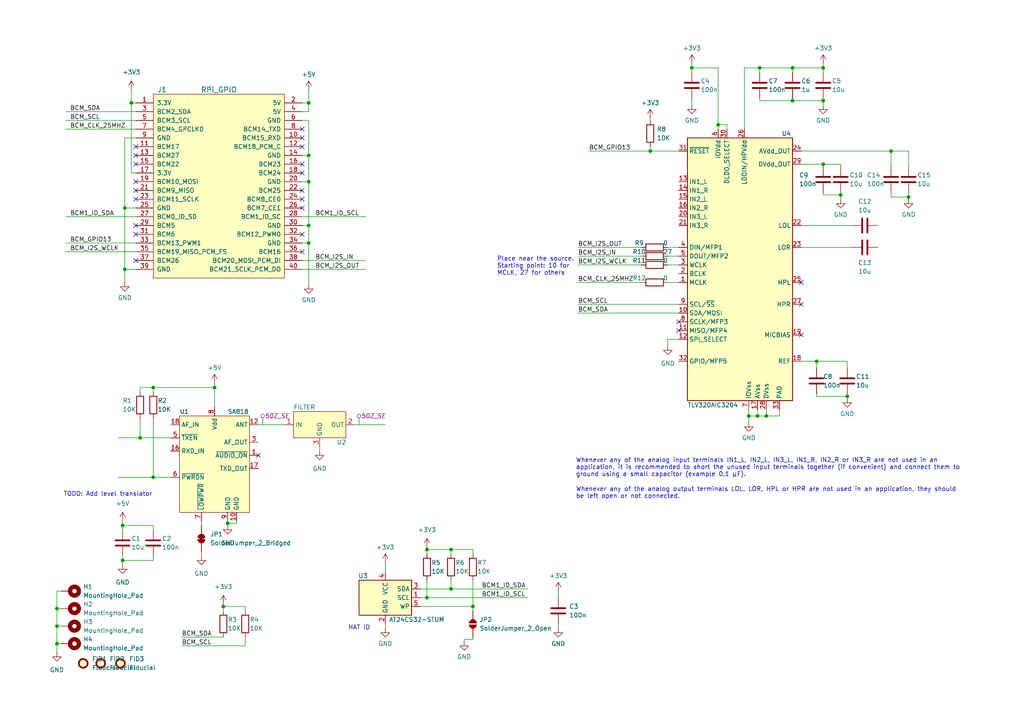
<source format=kicad_sch>
(kicad_sch (version 20231120) (generator "eeschema") (generator_version "8.0")
  (paper "A4")
  (title_block (title "RPi SA818 Hat") (rev "0.1") (company "Murgatroid Heavy Industries, LLC"))
  (lib_symbols
    (symbol "Device:C" (pin_numbers hide) (pin_names (offset 0.254))
      (property "Reference" "C" (at 0.635 2.54 0))
      (property "Value" "C" (at 0.635 -2.54 0))
      (symbol "C_0_1"
        (polyline (pts (xy -2.032 -0.762) (xy 2.032 -0.762)) (stroke (width 0.508)))
        (polyline (pts (xy -2.032 0.762) (xy 2.032 0.762)) (stroke (width 0.508)))
      )
      (symbol "C_1_1"
        (pin passive line (at 0 3.81 270) (length 2.794) (name "~") (number "1"))
        (pin passive line (at 0 -3.81 90) (length 2.794) (name "~") (number "2"))
      )
    )
    (symbol "Device:R" (pin_numbers hide) (pin_names (offset 0))
      (property "Reference" "R" (at 2.032 0 90))
      (property "Value" "R" (at 0 0 90))
      (symbol "R_0_1"
        (rectangle (start -1.016 -2.54) (end 1.016 2.54) (stroke (width 0.254)))
      )
      (symbol "R_1_1"
        (pin passive line (at 0 3.81 270) (length 1.27) (name "~") (number "1"))
        (pin passive line (at 0 -3.81 90) (length 1.27) (name "~") (number "2"))
      )
    )
    (symbol "Jumper:SolderJumper_2_Bridged" (pin_numbers hide) (pin_names (offset 0) hide) (exclude_from_sim yes) (in_bom no)
      (property "Reference" "JP" (at 0 2.032 0))
      (property "Value" "SolderJumper_2_Bridged" (at 0 -2.54 0))
      (symbol "SolderJumper_2_Bridged_0_1"
        (rectangle (start -0.508 0.508) (end 0.508 -0.508) (fill (type outline)))
        (arc (start -0.254 1.016) (mid -1.2656 0) (end -0.254 -1.016))
        (arc (start -0.254 1.016) (mid -1.2656 0) (end -0.254 -1.016) (fill (type outline)))
        (polyline (pts (xy -0.254 1.016) (xy -0.254 -1.016)))
        (polyline (pts (xy 0.254 1.016) (xy 0.254 -1.016)))
        (arc (start 0.254 -1.016) (mid 1.2656 0) (end 0.254 1.016))
        (arc (start 0.254 -1.016) (mid 1.2656 0) (end 0.254 1.016) (fill (type outline)))
      )
      (symbol "SolderJumper_2_Bridged_1_1"
        (pin passive line (at -3.81 0 0) (length 2.54) (name "A") (number "1"))
        (pin passive line (at 3.81 0 180) (length 2.54) (name "B") (number "2"))
      )
    )
    (symbol "Jumper:SolderJumper_2_Open" (pin_numbers hide) (pin_names (offset 0) hide) (exclude_from_sim yes) (in_bom no)
      (property "Reference" "JP" (at 0 2.032 0))
      (property "Value" "SolderJumper_2_Open" (at 0 -2.54 0))
      (symbol "SolderJumper_2_Open_0_1"
        (arc (start -0.254 1.016) (mid -1.2656 0) (end -0.254 -1.016))
        (arc (start -0.254 1.016) (mid -1.2656 0) (end -0.254 -1.016) (fill (type outline)))
        (polyline (pts (xy -0.254 1.016) (xy -0.254 -1.016)))
        (polyline (pts (xy 0.254 1.016) (xy 0.254 -1.016)))
        (arc (start 0.254 -1.016) (mid 1.2656 0) (end 0.254 1.016))
        (arc (start 0.254 -1.016) (mid 1.2656 0) (end 0.254 1.016) (fill (type outline)))
      )
      (symbol "SolderJumper_2_Open_1_1"
        (pin passive line (at -3.81 0 0) (length 2.54) (name "A") (number "1"))
        (pin passive line (at 3.81 0 180) (length 2.54) (name "B") (number "2"))
      )
    )
    (symbol "Mechanical:Fiducial" (exclude_from_sim yes) (in_bom no)
      (property "Reference" "FID" (at 0 5.08 0))
      (property "Value" "Fiducial" (at 0 3.175 0))
      (symbol "Fiducial_0_1"
        (circle (center 0 0) (radius 1.27) (stroke (width 0.508)) (fill (type background)))
      )
    )
    (symbol "Mechanical:MountingHole_Pad" (pin_numbers hide) (pin_names (offset 1.016) hide) (exclude_from_sim yes) (in_bom no)
      (property "Reference" "H" (at 0 6.35 0))
      (property "Value" "MountingHole_Pad" (at 0 4.445 0))
      (symbol "MountingHole_Pad_0_1"
        (circle (center 0 1.27) (radius 1.27) (stroke (width 1.27)))
      )
      (symbol "MountingHole_Pad_1_1"
        (pin input line (at 0 -2.54 90) (length 2.54) (name "1") (number "1"))
      )
    )
    (symbol "Memory_EEPROM:AT24CS32-STUM"
      (property "Reference" "U" (at -7.62 6.35 0))
      (property "Value" "AT24CS32-STUM" (at 2.54 -6.35 0))
      (symbol "AT24CS32-STUM_1_1"
        (rectangle (start -7.62 5.08) (end 7.62 -5.08) (stroke (width 0.254)) (fill (type background)))
        (pin input line (at 10.16 0 180) (length 2.54) (name "SCL") (number "1"))
        (pin power_in line (at 0 -7.62 90) (length 2.54) (name "GND") (number "2"))
        (pin bidirectional line (at 10.16 2.54 180) (length 2.54) (name "SDA") (number "3"))
        (pin power_in line (at 0 7.62 270) (length 2.54) (name "VCC") (number "4"))
        (pin input line (at 10.16 -2.54 180) (length 2.54) (name "WP") (number "5"))
      )
    )
    (symbol "power:+3V3" (power) (pin_numbers hide) (pin_names (offset 0) hide)
      (property "Value" "+3V3" (at 0 3.556 0))
      (symbol "+3V3_0_1"
        (polyline (pts (xy -0.762 1.27) (xy 0 2.54)))
        (polyline (pts (xy 0 0) (xy 0 2.54)))
        (polyline (pts (xy 0 2.54) (xy 0.762 1.27)))
      )
      (symbol "+3V3_1_1"
        (pin power_in line (at 0 0 90) (length 0) (name "~") (number "1"))
      )
    )
    (symbol "power:+5V" (power) (pin_numbers hide) (pin_names (offset 0) hide)
      (property "Value" "+5V" (at 0 3.556 0))
      (symbol "+5V_0_1"
        (polyline (pts (xy -0.762 1.27) (xy 0 2.54)))
        (polyline (pts (xy 0 0) (xy 0 2.54)))
        (polyline (pts (xy 0 2.54) (xy 0.762 1.27)))
      )
      (symbol "+5V_1_1"
        (pin power_in line (at 0 0 90) (length 0) (name "~") (number "1"))
      )
    )
    (symbol "power:GND" (power) (pin_numbers hide) (pin_names (offset 0) hide)
      (property "Value" "GND" (at 0 -3.81 0))
      (symbol "GND_0_1"
        (polyline (pts (xy 0 0) (xy 0 -1.27) (xy 1.27 -1.27) (xy 0 -2.54) (xy -1.27 -1.27) (xy 0 -1.27)))
      )
      (symbol "GND_1_1"
        (pin power_in line (at 0 0 270) (length 0) (name "~") (number "1"))
      )
    )
    (symbol "rpi_sa8x8hat:FILTER-3TERM"
      (property "Reference" "U" (at 3.81 -5.08 0))
      (property "Value" "FILTER" (at 0 2.54 0))
      (symbol "FILTER-3TERM_0_0"
        (pin passive line (at -10.16 0 0) (length 2.54) (name "IN") (number "1"))
        (pin passive line (at 10.16 0 180) (length 2.54) (name "OUT") (number "2"))
        (pin passive line (at 0 -6.35 90) (length 2.54) (name "GND") (number "3"))
      )
      (symbol "FILTER-3TERM_1_1"
        (rectangle (start -7.62 3.81) (end 7.62 -3.81) (fill (type background)))
      )
    )
    (symbol "rpi_sa8x8hat:RPi_GPIO" (pin_names (offset 1.016))
      (property "Reference" "J" (at 0 30.48 0))
      (property "Value" "RPi_GPIO" (at 0 27.94 0))
      (symbol "RPi_GPIO_1_1"
        (rectangle (start -19.05 26.67) (end 19.05 -26.67) (fill (type background)))
        (pin power_in line (at -24.13 24.13 0) (length 5.08) (name "3.3V") (number "1"))
        (pin bidirectional line (at 24.13 13.97 180) (length 5.08) (name "BCM15_RXD") (number "10"))
        (pin bidirectional line (at -24.13 11.43 0) (length 5.08) (name "BCM17") (number "11"))
        (pin bidirectional line (at 24.13 11.43 180) (length 5.08) (name "BCM18_PCM_C") (number "12"))
        (pin bidirectional line (at -24.13 8.89 0) (length 5.08) (name "BCM27") (number "13"))
        (pin power_in line (at 24.13 8.89 180) (length 5.08) (name "GND") (number "14"))
        (pin bidirectional line (at -24.13 6.35 0) (length 5.08) (name "BCM22") (number "15"))
        (pin bidirectional line (at 24.13 6.35 180) (length 5.08) (name "BCM23") (number "16"))
        (pin power_in line (at -24.13 3.81 0) (length 5.08) (name "3.3V") (number "17"))
        (pin bidirectional line (at 24.13 3.81 180) (length 5.08) (name "BCM24") (number "18"))
        (pin bidirectional line (at -24.13 1.27 0) (length 5.08) (name "BCM10_MOSI") (number "19"))
        (pin power_in line (at 24.13 24.13 180) (length 5.08) (name "5V") (number "2"))
        (pin power_in line (at 24.13 1.27 180) (length 5.08) (name "GND") (number "20"))
        (pin bidirectional line (at -24.13 -1.27 0) (length 5.08) (name "BCM9_MISO") (number "21"))
        (pin bidirectional line (at 24.13 -1.27 180) (length 5.08) (name "BCM25") (number "22"))
        (pin bidirectional line (at -24.13 -3.81 0) (length 5.08) (name "BCM11_SCLK") (number "23"))
        (pin bidirectional line (at 24.13 -3.81 180) (length 5.08) (name "BCM8_CE0") (number "24"))
        (pin power_in line (at -24.13 -6.35 0) (length 5.08) (name "GND") (number "25"))
        (pin bidirectional line (at 24.13 -6.35 180) (length 5.08) (name "BCM7_CE1") (number "26"))
        (pin bidirectional line (at -24.13 -8.89 0) (length 5.08) (name "BCM0_ID_SD") (number "27"))
        (pin bidirectional line (at 24.13 -8.89 180) (length 5.08) (name "BCM1_ID_SC") (number "28"))
        (pin bidirectional line (at -24.13 -11.43 0) (length 5.08) (name "BCM5") (number "29"))
        (pin bidirectional line (at -24.13 21.59 0) (length 5.08) (name "BCM2_SDA") (number "3"))
        (pin power_in line (at 24.13 -11.43 180) (length 5.08) (name "GND") (number "30"))
        (pin bidirectional line (at -24.13 -13.97 0) (length 5.08) (name "BCM6") (number "31"))
        (pin bidirectional line (at 24.13 -13.97 180) (length 5.08) (name "BCM12_PWM0") (number "32"))
        (pin bidirectional line (at -24.13 -16.51 0) (length 5.08) (name "BCM13_PWM1") (number "33"))
        (pin power_in line (at 24.13 -16.51 180) (length 5.08) (name "GND") (number "34"))
        (pin bidirectional line (at -24.13 -19.05 0) (length 5.08) (name "BCM19_MISO_PCM_FS") (number "35"))
        (pin bidirectional line (at 24.13 -19.05 180) (length 5.08) (name "BCM16") (number "36"))
        (pin bidirectional line (at -24.13 -21.59 0) (length 5.08) (name "BCM26") (number "37"))
        (pin bidirectional line (at 24.13 -21.59 180) (length 5.08) (name "BCM20_MOSI_PCM_DI") (number "38"))
        (pin power_in line (at -24.13 -24.13 0) (length 5.08) (name "GND") (number "39"))
        (pin power_in line (at 24.13 21.59 180) (length 5.08) (name "5V") (number "4"))
        (pin bidirectional line (at 24.13 -24.13 180) (length 5.08) (name "BCM21_SCLK_PCM_DO") (number "40"))
        (pin bidirectional line (at -24.13 19.05 0) (length 5.08) (name "BCM3_SCL") (number "5"))
        (pin power_in line (at 24.13 19.05 180) (length 5.08) (name "GND") (number "6"))
        (pin bidirectional line (at -24.13 16.51 0) (length 5.08) (name "BCM4_GPCLK0") (number "7"))
        (pin bidirectional line (at 24.13 16.51 180) (length 5.08) (name "BCM14_TXD") (number "8"))
        (pin power_in line (at -24.13 13.97 0) (length 5.08) (name "GND") (number "9"))
      )
    )
    (symbol "rpi_sa8x8hat:SA818"
      (property "Reference" "U" (at -8.89 15.24 0))
      (property "Value" "SA818" (at 6.35 15.24 0))
      (symbol "SA818_0_0"
        (pin output line (at 12.7 2.54 180) (length 2.54) (name "~{AUDIO_ON}") (number "1"))
        (pin power_in line (at 6.35 -16.51 90) (length 2.54) (name "GND") (number "10"))
        (pin passive line (at 12.7 11.43 180) (length 2.54) (name "ANT") (number "12"))
        (pin input line (at -12.7 3.81 0) (length 2.54) (name "RXD_IN") (number "16"))
        (pin output line (at 12.7 -1.27 180) (length 2.54) (name "TXD_OUT") (number "17"))
        (pin input line (at -12.7 11.43 0) (length 2.54) (name "AF_IN") (number "18"))
        (pin output line (at 12.7 6.35 180) (length 2.54) (name "AF_OUT") (number "3"))
        (pin input line (at -12.7 7.62 0) (length 2.54) (name "~{TXEN}") (number "5"))
        (pin input line (at -12.7 -3.81 0) (length 2.54) (name "~{PWRDN}") (number "6"))
        (pin input line (at -3.81 -16.51 90) (length 2.54) (name "~{LOWPWR}") (number "7"))
        (pin power_in line (at 0 16.51 270) (length 2.54) (name "Vdd") (number "8"))
        (pin power_in line (at 3.81 -16.51 90) (length 2.54) (name "GND") (number "9"))
      )
      (symbol "SA818_1_0"
        (pin no_connect line (at 7.62 -7.62 0) (length 2.54) hide (name "NC") (number "11"))
        (pin no_connect line (at 7.62 -8.89 0) (length 2.54) hide (name "NC") (number "13"))
        (pin no_connect line (at 7.62 -10.16 0) (length 2.54) hide (name "NC") (number "14"))
        (pin no_connect line (at 7.62 -11.43 0) (length 2.54) hide (name "NC") (number "15"))
        (pin no_connect line (at 7.62 -5.08 0) (length 2.54) hide (name "NC") (number "2"))
        (pin no_connect line (at 7.62 -6.35 0) (length 2.54) hide (name "NC") (number "4"))
      )
      (symbol "SA818_1_1"
        (rectangle (start -10.16 13.97) (end 10.16 -13.97) (fill (type background)))
      )
    )
    (symbol "rpi_sa8x8hat:TLV320AIC3204"
      (property "Reference" "U" (at -13.97 39.37 0))
      (property "Value" "TLV320AIC3204" (at -7.62 -39.37 0))
      (symbol "TLV320AIC3204_0_1"
        (rectangle (start -15.24 38.1) (end 15.24 -38.1) (stroke (width 0.254)) (fill (type background)))
      )
      (symbol "TLV320AIC3204_1_0"
        (pin output line (at -17.78 -17.78 0) (length 2.54) (name "MISO/MFP4") (number "11"))
        (pin input line (at -17.78 -20.32 0) (length 2.54) (name "SPI_SELECT") (number "12"))
        (pin input line (at -17.78 25.4 0) (length 2.54) (name "IN1_L") (number "13"))
        (pin input line (at -17.78 22.86 0) (length 2.54) (name "IN1_R") (number "14"))
        (pin input line (at -17.78 20.32 0) (length 2.54) (name "IN2_L") (number "15"))
        (pin input line (at -17.78 17.78 0) (length 2.54) (name "IN2_R") (number "16"))
        (pin power_in line (at 5.08 -40.64 90) (length 2.54) (name "AVss") (number "17"))
        (pin output line (at 17.78 -26.67 180) (length 2.54) (name "REF") (number "18"))
        (pin output line (at 17.78 -19.05 180) (length 2.54) (name "MICBIAS") (number "19"))
        (pin input line (at -17.78 15.24 0) (length 2.54) (name "IN3_L") (number "20"))
        (pin input line (at -17.78 12.7 0) (length 2.54) (name "IN3_R") (number "21"))
        (pin output line (at 17.78 12.7 180) (length 2.54) (name "LOL") (number "22"))
        (pin output line (at 17.78 6.35 180) (length 2.54) (name "LOR") (number "23"))
        (pin power_out line (at 17.78 34.29 180) (length 2.54) (name "AVdd_OUT") (number "24"))
        (pin output line (at 17.78 -3.81 180) (length 2.54) (name "HPL") (number "25"))
        (pin power_in line (at 1.27 40.64 270) (length 2.54) (name "LDOIN/HPVdd") (number "26"))
        (pin output line (at 17.78 -10.16 180) (length 2.54) (name "HPR") (number "27"))
        (pin power_in line (at 7.62 -40.64 90) (length 2.54) (name "DVss") (number "28"))
        (pin power_out line (at 17.78 30.48 180) (length 2.54) (name "DVdd_OUT") (number "29"))
        (pin input line (at -3.81 40.64 270) (length 2.54) (name "DLDO_SELECT") (number "30"))
        (pin input line (at -17.78 34.29 0) (length 2.54) (name "~{RESET}") (number "31"))
        (pin input line (at -17.78 -26.67 0) (length 2.54) (name "GPIO/MFP5") (number "32"))
        (pin passive line (at 11.43 -40.64 90) (length 2.54) (name "PAD") (number "33"))
        (pin input line (at -17.78 -15.24 0) (length 2.54) (name "SCLK/MFP3") (number "8"))
      )
      (symbol "TLV320AIC3204_1_1"
        (pin input line (at -17.78 -3.81 0) (length 2.54) (name "MCLK") (number "1"))
        (pin bidirectional line (at -17.78 -12.7 0) (length 2.54) (name "SDA/MOSI") (number "10"))
        (pin bidirectional line (at -17.78 -1.27 0) (length 2.54) (name "BCLK") (number "2"))
        (pin bidirectional line (at -17.78 1.27 0) (length 2.54) (name "WCLK") (number "3"))
        (pin input line (at -17.78 6.35 0) (length 2.54) (name "DIN/MFP1") (number "4"))
        (pin output line (at -17.78 3.81 0) (length 2.54) (name "DOUT/MFP2") (number "5"))
        (pin power_in line (at -6.35 40.64 270) (length 2.54) (name "IOVdd") (number "6"))
        (pin power_in line (at 2.54 -40.64 90) (length 2.54) (name "IOVss") (number "7"))
        (pin input line (at -17.78 -10.16 0) (length 2.54) (name "SCL/~{SS}") (number "9"))
      )
    )
  )
  (junction (at 188.595 43.815))
  (junction (at 208.28 36.195))
  (junction (at 36.195 60.325))
  (junction (at 238.76 19.685))
  (junction (at 89.535 52.705))
  (junction (at 222.25 120.65))
  (junction (at 36.195 78.105))
  (junction (at 62.23 112.395))
  (junction (at 44.45 112.395))
  (junction (at 238.76 29.21))
  (junction (at 220.345 19.685))
  (junction (at 35.56 152.4))
  (junction (at 137.16 175.895))
  (junction (at 245.745 114.935))
  (junction (at 38.1 29.845))
  (junction (at 123.825 159.385))
  (junction (at 89.535 70.485))
  (junction (at 243.84 56.515))
  (junction (at 200.66 19.685))
  (junction (at 236.855 104.775))
  (junction (at 238.76 47.625))
  (junction (at 44.45 138.43))
  (junction (at 40.64 127))
  (junction (at 229.87 19.685))
  (junction (at 64.77 175.895))
  (junction (at 16.51 176.53))
  (junction (at 66.04 151.765))
  (junction (at 258.445 43.815))
  (junction (at 217.17 120.65))
  (junction (at 130.81 170.815))
  (junction (at 130.81 159.385))
  (junction (at 219.71 120.65))
  (junction (at 123.825 173.355))
  (junction (at 35.56 162.56))
  (junction (at 16.51 186.69))
  (junction (at 89.535 45.085))
  (junction (at 263.525 57.15))
  (junction (at 89.535 65.405))
  (junction (at 229.87 29.21))
  (junction (at 89.535 29.845))
  (junction (at 16.51 181.61))
  (no_connect (at 87.63 60.325))
  (no_connect (at 39.37 75.565))
  (no_connect (at 87.63 55.245))
  (no_connect (at 87.63 67.945))
  (no_connect (at 196.85 93.345))
  (no_connect (at 74.93 132.08))
  (no_connect (at 39.37 47.625))
  (no_connect (at 232.41 88.265))
  (no_connect (at 39.37 42.545))
  (no_connect (at 232.41 81.915))
  (no_connect (at 196.85 95.885))
  (no_connect (at 39.37 57.785))
  (no_connect (at 87.63 50.165))
  (no_connect (at 39.37 52.705))
  (no_connect (at 87.63 42.545))
  (no_connect (at 39.37 55.245))
  (no_connect (at 232.41 97.155))
  (no_connect (at 87.63 40.005))
  (no_connect (at 87.63 37.465))
  (no_connect (at 87.63 47.625))
  (no_connect (at 39.37 67.945))
  (no_connect (at 39.37 45.085))
  (no_connect (at 87.63 57.785))
  (no_connect (at 87.63 73.025))
  (no_connect (at 39.37 65.405))
  (wire (pts (xy 137.16 160.655) (xy 137.16 159.385)))
  (wire (pts (xy 38.1 50.165) (xy 38.1 29.845)))
  (wire (pts (xy 215.9 19.685) (xy 220.345 19.685)))
  (wire (pts (xy 226.06 120.65) (xy 222.25 120.65)))
  (wire (pts (xy 16.51 171.45) (xy 16.51 176.53)))
  (wire (pts (xy 137.16 184.785) (xy 137.16 185.42)))
  (wire (pts (xy 229.87 20.955) (xy 229.87 19.685)))
  (wire (pts (xy 36.195 60.325) (xy 39.37 60.325)))
  (wire (pts (xy 238.76 47.625) (xy 238.76 48.26)))
  (wire (pts (xy 161.925 180.975) (xy 161.925 182.245)))
  (wire (pts (xy 89.535 52.705) (xy 89.535 65.405)))
  (wire (pts (xy 62.23 111.125) (xy 62.23 112.395)))
  (wire (pts (xy 232.41 104.775) (xy 236.855 104.775)))
  (wire (pts (xy 188.595 42.545) (xy 188.595 43.815)))
  (wire (pts (xy 137.16 185.42) (xy 134.62 185.42)))
  (wire (pts (xy 210.82 37.465) (xy 210.82 36.195)))
  (wire (pts (xy 188.595 43.815) (xy 196.85 43.815)))
  (wire (pts (xy 243.84 47.625) (xy 243.84 48.26)))
  (wire (pts (xy 229.87 28.575) (xy 229.87 29.21)))
  (wire (pts (xy 236.855 104.775) (xy 245.745 104.775)))
  (wire (pts (xy 111.76 163.195) (xy 111.76 165.735)))
  (wire (pts (xy 170.815 43.815) (xy 188.595 43.815)))
  (wire (pts (xy 263.525 55.88) (xy 263.525 57.15)))
  (wire (pts (xy 66.04 151.13) (xy 66.04 151.765)))
  (wire (pts (xy 236.855 114.935) (xy 245.745 114.935)))
  (wire (pts (xy 161.925 171.45) (xy 161.925 173.355)))
  (wire (pts (xy 167.64 90.805) (xy 196.85 90.805)))
  (wire (pts (xy 102.87 123.19) (xy 111.76 123.19)))
  (wire (pts (xy 66.04 151.765) (xy 66.04 152.4)))
  (wire (pts (xy 39.37 40.005) (xy 36.195 40.005)))
  (wire (pts (xy 89.535 45.085) (xy 89.535 52.705)))
  (wire (pts (xy 44.45 152.4) (xy 35.56 152.4)))
  (wire (pts (xy 34.29 138.43) (xy 44.45 138.43)))
  (wire (pts (xy 49.53 127) (xy 40.64 127)))
  (wire (pts (xy 19.05 73.025) (xy 39.37 73.025)))
  (wire (pts (xy 19.05 34.925) (xy 39.37 34.925)))
  (wire (pts (xy 64.77 175.26) (xy 64.77 175.895)))
  (wire (pts (xy 19.05 32.385) (xy 39.37 32.385)))
  (wire (pts (xy 137.16 159.385) (xy 130.81 159.385)))
  (wire (pts (xy 245.745 114.935) (xy 245.745 115.57)))
  (wire (pts (xy 87.63 62.865) (xy 106.045 62.865)))
  (wire (pts (xy 16.51 176.53) (xy 16.51 181.61)))
  (wire (pts (xy 232.41 43.815) (xy 258.445 43.815)))
  (wire (pts (xy 263.525 57.15) (xy 263.525 57.785)))
  (wire (pts (xy 16.51 176.53) (xy 17.78 176.53)))
  (wire (pts (xy 258.445 43.815) (xy 263.525 43.815)))
  (wire (pts (xy 232.41 71.755) (xy 247.015 71.755)))
  (wire (pts (xy 44.45 153.67) (xy 44.45 152.4)))
  (wire (pts (xy 89.535 26.035) (xy 89.535 29.845)))
  (wire (pts (xy 193.675 74.295) (xy 196.85 74.295)))
  (wire (pts (xy 16.51 186.69) (xy 17.78 186.69)))
  (wire (pts (xy 19.05 70.485) (xy 39.37 70.485)))
  (wire (pts (xy 200.66 18.415) (xy 200.66 19.685)))
  (wire (pts (xy 167.64 71.755) (xy 186.055 71.755)))
  (wire (pts (xy 71.12 184.785) (xy 71.12 187.325)))
  (wire (pts (xy 58.42 160.02) (xy 58.42 161.29)))
  (wire (pts (xy 220.345 19.685) (xy 229.87 19.685)))
  (wire (pts (xy 167.64 81.915) (xy 186.055 81.915)))
  (wire (pts (xy 245.745 106.68) (xy 245.745 104.775)))
  (wire (pts (xy 222.25 118.745) (xy 222.25 120.65)))
  (wire (pts (xy 16.51 189.23) (xy 16.51 186.69)))
  (wire (pts (xy 19.05 62.865) (xy 39.37 62.865)))
  (wire (pts (xy 19.05 37.465) (xy 39.37 37.465)))
  (wire (pts (xy 35.56 152.4) (xy 35.56 153.67)))
  (wire (pts (xy 167.64 76.835) (xy 186.055 76.835)))
  (wire (pts (xy 243.84 57.785) (xy 243.84 56.515)))
  (wire (pts (xy 17.78 171.45) (xy 16.51 171.45)))
  (wire (pts (xy 188.595 34.29) (xy 188.595 34.925)))
  (wire (pts (xy 44.45 138.43) (xy 49.53 138.43)))
  (wire (pts (xy 229.87 19.685) (xy 238.76 19.685)))
  (wire (pts (xy 89.535 65.405) (xy 89.535 70.485)))
  (wire (pts (xy 44.45 162.56) (xy 35.56 162.56)))
  (wire (pts (xy 123.825 159.385) (xy 130.81 159.385)))
  (wire (pts (xy 87.63 45.085) (xy 89.535 45.085)))
  (wire (pts (xy 238.76 47.625) (xy 243.84 47.625)))
  (wire (pts (xy 38.1 29.845) (xy 39.37 29.845)))
  (wire (pts (xy 87.63 70.485) (xy 89.535 70.485)))
  (wire (pts (xy 58.42 151.13) (xy 58.42 152.4)))
  (wire (pts (xy 87.63 34.925) (xy 89.535 34.925)))
  (wire (pts (xy 217.17 120.65) (xy 219.71 120.65)))
  (wire (pts (xy 217.17 118.745) (xy 217.17 120.65)))
  (wire (pts (xy 238.76 56.515) (xy 243.84 56.515)))
  (wire (pts (xy 130.81 170.815) (xy 130.81 168.275)))
  (wire (pts (xy 89.535 32.385) (xy 89.535 29.845)))
  (wire (pts (xy 121.92 175.895) (xy 137.16 175.895)))
  (wire (pts (xy 71.12 177.165) (xy 71.12 175.895)))
  (wire (pts (xy 64.77 175.895) (xy 64.77 177.165)))
  (wire (pts (xy 238.76 20.955) (xy 238.76 19.685)))
  (wire (pts (xy 44.45 161.29) (xy 44.45 162.56)))
  (wire (pts (xy 44.45 112.395) (xy 62.23 112.395)))
  (wire (pts (xy 87.63 32.385) (xy 89.535 32.385)))
  (wire (pts (xy 89.535 70.485) (xy 89.535 82.55)))
  (wire (pts (xy 62.23 112.395) (xy 62.23 118.11)))
  (wire (pts (xy 200.66 28.575) (xy 200.66 30.48)))
  (wire (pts (xy 219.71 118.745) (xy 219.71 120.65)))
  (wire (pts (xy 130.81 160.655) (xy 130.81 159.385)))
  (wire (pts (xy 134.62 185.42) (xy 134.62 186.055)))
  (wire (pts (xy 35.56 151.13) (xy 35.56 152.4)))
  (wire (pts (xy 92.71 129.54) (xy 92.71 130.81)))
  (wire (pts (xy 40.64 127) (xy 40.64 121.285)))
  (wire (pts (xy 44.45 121.285) (xy 44.45 138.43)))
  (wire (pts (xy 52.705 184.785) (xy 64.77 184.785)))
  (wire (pts (xy 137.16 175.895) (xy 137.16 177.165)))
  (wire (pts (xy 40.64 113.665) (xy 40.64 112.395)))
  (wire (pts (xy 219.71 120.65) (xy 222.25 120.65)))
  (wire (pts (xy 17.78 181.61) (xy 16.51 181.61)))
  (wire (pts (xy 87.63 52.705) (xy 89.535 52.705)))
  (wire (pts (xy 68.58 151.765) (xy 66.04 151.765)))
  (wire (pts (xy 258.445 55.88) (xy 258.445 57.15)))
  (wire (pts (xy 87.63 78.105) (xy 106.045 78.105)))
  (wire (pts (xy 196.85 98.425) (xy 193.675 98.425)))
  (wire (pts (xy 193.675 81.915) (xy 196.85 81.915)))
  (wire (pts (xy 258.445 57.15) (xy 263.525 57.15)))
  (wire (pts (xy 39.37 50.165) (xy 38.1 50.165)))
  (wire (pts (xy 44.45 113.665) (xy 44.45 112.395)))
  (wire (pts (xy 200.66 19.685) (xy 208.28 19.685)))
  (wire (pts (xy 236.855 104.775) (xy 236.855 106.68)))
  (wire (pts (xy 217.17 120.65) (xy 217.17 122.555)))
  (wire (pts (xy 34.29 127) (xy 40.64 127)))
  (wire (pts (xy 121.92 173.355) (xy 123.825 173.355)))
  (wire (pts (xy 89.535 34.925) (xy 89.535 45.085)))
  (wire (pts (xy 123.825 168.275) (xy 123.825 173.355)))
  (wire (pts (xy 40.64 112.395) (xy 44.45 112.395)))
  (wire (pts (xy 215.9 37.465) (xy 215.9 19.685)))
  (wire (pts (xy 36.195 78.105) (xy 36.195 81.915)))
  (wire (pts (xy 35.56 161.29) (xy 35.56 162.56)))
  (wire (pts (xy 208.28 36.195) (xy 208.28 19.685)))
  (wire (pts (xy 123.825 173.355) (xy 153.035 173.355)))
  (wire (pts (xy 71.12 175.895) (xy 64.77 175.895)))
  (wire (pts (xy 243.84 55.88) (xy 243.84 56.515)))
  (wire (pts (xy 36.195 40.005) (xy 36.195 60.325)))
  (wire (pts (xy 87.63 75.565) (xy 106.045 75.565)))
  (wire (pts (xy 111.76 180.975) (xy 111.76 182.245)))
  (wire (pts (xy 36.195 60.325) (xy 36.195 78.105)))
  (wire (pts (xy 232.41 47.625) (xy 238.76 47.625)))
  (wire (pts (xy 130.81 170.815) (xy 153.035 170.815)))
  (wire (pts (xy 89.535 29.845) (xy 87.63 29.845)))
  (wire (pts (xy 208.28 36.195) (xy 208.28 37.465)))
  (wire (pts (xy 123.825 159.385) (xy 123.825 160.655)))
  (wire (pts (xy 245.745 114.3) (xy 245.745 114.935)))
  (wire (pts (xy 74.93 123.19) (xy 82.55 123.19)))
  (wire (pts (xy 167.64 74.295) (xy 186.055 74.295)))
  (wire (pts (xy 167.64 88.265) (xy 196.85 88.265)))
  (wire (pts (xy 193.675 71.755) (xy 196.85 71.755)))
  (wire (pts (xy 35.56 162.56) (xy 35.56 163.83)))
  (wire (pts (xy 52.705 187.325) (xy 71.12 187.325)))
  (wire (pts (xy 232.41 65.405) (xy 247.015 65.405)))
  (wire (pts (xy 137.16 175.895) (xy 137.16 168.275)))
  (wire (pts (xy 229.87 29.21) (xy 238.76 29.21)))
  (wire (pts (xy 238.76 18.415) (xy 238.76 19.685)))
  (wire (pts (xy 220.345 28.575) (xy 220.345 29.21)))
  (wire (pts (xy 226.06 118.745) (xy 226.06 120.65)))
  (wire (pts (xy 263.525 43.815) (xy 263.525 48.26)))
  (wire (pts (xy 68.58 151.13) (xy 68.58 151.765)))
  (wire (pts (xy 238.76 30.48) (xy 238.76 29.21)))
  (wire (pts (xy 193.675 76.835) (xy 196.85 76.835)))
  (wire (pts (xy 220.345 19.685) (xy 220.345 20.955)))
  (wire (pts (xy 258.445 43.815) (xy 258.445 48.26)))
  (wire (pts (xy 193.675 98.425) (xy 193.675 100.33)))
  (wire (pts (xy 236.855 114.3) (xy 236.855 114.935)))
  (wire (pts (xy 200.66 19.685) (xy 200.66 20.955)))
  (wire (pts (xy 87.63 65.405) (xy 89.535 65.405)))
  (wire (pts (xy 36.195 78.105) (xy 39.37 78.105)))
  (wire (pts (xy 121.92 170.815) (xy 130.81 170.815)))
  (wire (pts (xy 220.345 29.21) (xy 229.87 29.21)))
  (wire (pts (xy 38.1 26.035) (xy 38.1 29.845)))
  (wire (pts (xy 123.825 158.75) (xy 123.825 159.385)))
  (wire (pts (xy 210.82 36.195) (xy 208.28 36.195)))
  (wire (pts (xy 16.51 181.61) (xy 16.51 186.69)))
  (wire (pts (xy 238.76 28.575) (xy 238.76 29.21)))
  (wire (pts (xy 238.76 55.88) (xy 238.76 56.515)))
  (text "TODO: Add level translator" (at 18.415 144.145 0) (effects (font (size 1.27 1.27)) (justify left bottom)))
  (text "HAT ID" (at 100.965 182.88 0) (effects (font (size 1.27 1.27)) (justify left bottom)))
  (text "Place near the source.\nStarting point: 10 for\nMCLK, 27 for others" (at 144.145 80.01 0) (effects (font (size 1.27 1.27)) (justify left bottom)))
  (text "Whenever any of the analog input terminals IN1_L, IN2_L, IN3_L, IN1_R, IN2_R or IN3_R are not used in an\napplication, it is recommended to short the unused input terminals together (if convenient) and connect them to\nground using a small capacitor (example 0.1 µF)." (at 167.005 138.43 0) (effects (font (size 1.27 1.27)) (justify left bottom)))
  (text "Whenever any of the analog output terminals LOL, LOR, HPL or HPR are not used in an application, they should\nbe left open or not connected." (at 167.005 144.78 0) (effects (font (size 1.27 1.27)) (justify left bottom)))
  (label "BCM_GPIO13" (at 170.815 43.815 0))
  (label "BCM_CLK_25MHZ" (at 20.32 37.465 0))
  (label "BCM_SDA" (at 167.64 90.805 0))
  (label "BCM_SCL" (at 52.705 187.325 0))
  (label "BCM1_ID_SDA" (at 20.32 62.865 0))
  (label "BCM_SCL" (at 20.32 34.925 0))
  (label "BCM_SDA" (at 52.705 184.785 0))
  (label "BCM_I2S_IN" (at 167.64 74.295 0))
  (label "BCM_I2S_WCLK" (at 167.64 76.835 0))
  (label "BCM1_ID_SCL" (at 139.7 173.355 0))
  (label "BCM_SDA" (at 20.32 32.385 0))
  (label "BCM_GPIO13" (at 20.32 70.485 0))
  (label "BCM_I2S_OUT" (at 91.44 78.105 0))
  (label "BCM_I2S_IN" (at 91.44 75.565 0))
  (label "BCM_CLK_25MHZ" (at 167.64 81.915 0))
  (label "BCM1_ID_SDA" (at 139.7 170.815 0))
  (label "BCM1_ID_SCL" (at 91.44 62.865 0))
  (label "BCM_SCL" (at 167.64 88.265 0))
  (label "BCM_I2S_OUT" (at 167.64 71.755 0))
  (label "BCM_I2S_WCLK" (at 20.32 73.025 0))
  (netclass_flag "" (length 2.54) (shape round) (at 76.2 123.19 0) (property "Netclass" "50Z_SE" (at 76.8096 120.65 0) (effects (font (italic yes)) (justify left))))
  (netclass_flag "" (length 2.54) (shape round) (at 104.14 123.19 0) (property "Netclass" "50Z_SE" (at 104.7496 120.65 0) (effects (font (italic yes)) (justify left))))
  (symbol (lib_id "Device:C") (at 35.56 157.48 0) (unit 1)
    (property "Reference" "C1" (at 38.1 156.21 0) (effects (justify left)))
    (property "Value" "10u" (at 38.1 158.75 0) (effects (justify left)))
    (property "Description" "Unpolarized capacitor" (effects (hide yes)))
  )
  (symbol (lib_id "power:+3V3") (at 123.825 158.75 0) (unit 1)
    (property "Reference" "#PWR015" (effects (hide yes)))
    (property "Value" "+3V3" (at 123.825 153.67 0))
    (property "Description" "Power symbol creates a global label with name \"+3V3\"" (effects (hide yes)))
  )
  (symbol (lib_id "power:GND") (at 200.66 30.48 0) (unit 1)
    (property "Reference" "#PWR020" (effects (hide yes)))
    (property "Value" "GND" (at 200.66 34.925 0))
    (property "Description" "Power symbol creates a global label with name \"GND\" , ground" (effects (hide yes)))
  )
  (symbol (lib_id "power:+3V3") (at 200.66 18.415 0) (unit 1)
    (property "Reference" "#PWR019" (effects (hide yes)))
    (property "Value" "+3V3" (at 200.66 13.97 0))
    (property "Description" "Power symbol creates a global label with name \"+3V3\"" (effects (hide yes)))
  )
  (symbol (lib_id "Device:R") (at 40.64 117.475 0) (unit 1)
    (property "Reference" "R1" (at 35.56 116.205 0) (effects (justify left)))
    (property "Value" "10K" (at 35.56 118.745 0) (effects (justify left)))
    (property "Description" "Resistor" (effects (hide yes)))
  )
  (symbol (lib_id "Device:C") (at 243.84 52.07 0) (unit 1)
    (property "Reference" "C10" (at 246.38 50.8 0) (effects (justify left)))
    (property "Value" "10u" (at 246.38 53.34 0) (effects (justify left)))
    (property "Description" "Unpolarized capacitor" (effects (hide yes)))
  )
  (symbol (lib_id "Mechanical:MountingHole_Pad") (at 20.32 181.61 270) (unit 1)
    (property "Reference" "H3" (at 24.13 180.34 90) (effects (justify left)))
    (property "Value" "MountingHole_Pad" (at 24.13 182.88 90) (effects (justify left)))
    (property "Footprint" "rpi_sa8x8hat:RPi_Hat_Mounting_Hole" (effects (hide yes)))
    (property "Description" "Mounting Hole with connection" (effects (hide yes)))
  )
  (symbol (lib_id "power:GND") (at 263.525 57.785 0) (unit 1)
    (property "Reference" "#PWR028" (effects (hide yes)))
    (property "Value" "GND" (at 263.525 62.23 0))
    (property "Description" "Power symbol creates a global label with name \"GND\" , ground" (effects (hide yes)))
  )
  (symbol (lib_id "power:GND") (at 36.195 81.915 0) (unit 1)
    (property "Reference" "#PWR04" (effects (hide yes)))
    (property "Value" "GND" (at 36.195 86.36 0))
    (property "Description" "Power symbol creates a global label with name \"GND\" , ground" (effects (hide yes)))
  )
  (symbol (lib_id "power:GND") (at 245.745 115.57 0) (unit 1)
    (property "Reference" "#PWR027" (effects (hide yes)))
    (property "Value" "GND" (at 245.745 120.015 0))
    (property "Description" "Power symbol creates a global label with name \"GND\" , ground" (effects (hide yes)))
  )
  (symbol (lib_id "power:GND") (at 193.675 100.33 0) (unit 1)
    (property "Reference" "#PWR022" (effects (hide yes)))
    (property "Value" "GND" (at 193.675 105.41 0))
    (property "Description" "Power symbol creates a global label with name \"GND\" , ground" (effects (hide yes)))
  )
  (symbol (lib_id "rpi_sa8x8hat:FILTER-3TERM") (at 92.71 123.19 0) (unit 1)
    (property "Reference" "U2" (at 99.06 128.27 0))
    (property "Value" "FILTER" (at 88.265 118.11 0))
  )
  (symbol (lib_id "rpi_sa8x8hat:RPi_GPIO") (at 63.5 53.975 0) (unit 1)
    (property "Reference" "J1" (at 46.99 26.035 0) (effects (font (size 1.524 1.524))))
    (property "Value" "RPi_GPIO" (at 63.5 26.035 0) (effects (font (size 1.524 1.524))))
    (property "Footprint" "rpi_sa8x8hat:Samtec_HLE-120-02-XXX-DV-BE-XX-XX" (effects (hide yes)))
  )
  (symbol (lib_id "Mechanical:MountingHole_Pad") (at 20.32 171.45 270) (unit 1)
    (property "Reference" "H1" (at 24.13 170.18 90) (effects (justify left)))
    (property "Value" "MountingHole_Pad" (at 24.13 172.72 90) (effects (justify left)))
    (property "Footprint" "rpi_sa8x8hat:RPi_Hat_Mounting_Hole" (effects (hide yes)))
    (property "Description" "Mounting Hole with connection" (effects (hide yes)))
  )
  (symbol (lib_id "Device:C") (at 161.925 177.165 0) (unit 1)
    (property "Reference" "C3" (at 165.1 175.895 0) (effects (justify left)))
    (property "Value" "100n" (at 165.1 178.435 0) (effects (justify left)))
    (property "Description" "Unpolarized capacitor" (effects (hide yes)))
  )
  (symbol (lib_id "Device:R") (at 44.45 117.475 0) (unit 1)
    (property "Reference" "R2" (at 45.72 116.205 0) (effects (justify left)))
    (property "Value" "10K" (at 45.72 118.745 0) (effects (justify left)))
    (property "Description" "Resistor" (effects (hide yes)))
  )
  (symbol (lib_id "Device:C") (at 250.825 65.405 90) (unit 1)
    (property "Reference" "C12" (at 250.825 58.42 90))
    (property "Value" "10u" (at 250.825 60.96 90))
    (property "Description" "Unpolarized capacitor" (effects (hide yes)))
  )
  (symbol (lib_id "Device:C") (at 250.825 71.755 90) (unit 1)
    (property "Reference" "C13" (at 250.825 76.2 90))
    (property "Value" "10u" (at 250.825 78.74 90))
    (property "Description" "Unpolarized capacitor" (effects (hide yes)))
  )
  (symbol (lib_id "power:GND") (at 58.42 161.29 0) (unit 1)
    (property "Reference" "#PWR06" (effects (hide yes)))
    (property "Value" "GND" (at 58.42 166.37 0))
    (property "Description" "Power symbol creates a global label with name \"GND\" , ground" (effects (hide yes)))
  )
  (symbol (lib_id "power:+3V3") (at 238.76 18.415 0) (unit 1)
    (property "Reference" "#PWR023" (effects (hide yes)))
    (property "Value" "+3V3" (at 238.76 13.97 0))
    (property "Description" "Power symbol creates a global label with name \"+3V3\"" (effects (hide yes)))
  )
  (symbol (lib_id "power:+5V") (at 35.56 151.13 0) (unit 1)
    (property "Reference" "#PWR02" (effects (hide yes)))
    (property "Value" "+5V" (at 35.56 146.05 0))
    (property "Description" "Power symbol creates a global label with name \"+5V\"" (effects (hide yes)))
  )
  (symbol (lib_id "power:GND") (at 89.535 82.55 0) (unit 1)
    (property "Reference" "#PWR012" (effects (hide yes)))
    (property "Value" "GND" (at 89.535 86.995 0))
    (property "Description" "Power symbol creates a global label with name \"GND\" , ground" (effects (hide yes)))
  )
  (symbol (lib_id "Device:C") (at 44.45 157.48 0) (unit 1)
    (property "Reference" "C2" (at 46.99 156.21 0) (effects (justify left)))
    (property "Value" "100n" (at 46.99 158.75 0) (effects (justify left)))
    (property "Description" "Unpolarized capacitor" (effects (hide yes)))
  )
  (symbol (lib_id "power:+5V") (at 62.23 111.125 0) (unit 1)
    (property "Reference" "#PWR07" (effects (hide yes)))
    (property "Value" "+5V" (at 62.23 106.68 0))
    (property "Description" "Power symbol creates a global label with name \"+5V\"" (effects (hide yes)))
  )
  (symbol (lib_id "Mechanical:Fiducial") (at 34.925 192.405 0) (unit 1)
    (property "Reference" "FID3" (at 37.465 191.135 0) (effects (justify left)))
    (property "Value" "Fiducial" (at 37.465 193.675 0) (effects (justify left)))
    (property "Footprint" "Fiducial:Fiducial_0.5mm_Mask1.5mm" (effects (hide yes)))
    (property "Description" "Fiducial Marker" (effects (hide yes)))
  )
  (symbol (lib_id "power:GND") (at 92.71 130.81 0) (unit 1)
    (property "Reference" "#PWR010" (effects (hide yes)))
    (property "Value" "GND" (at 92.71 135.89 0))
    (property "Description" "Power symbol creates a global label with name \"GND\" , ground" (effects (hide yes)))
  )
  (symbol (lib_id "Device:C") (at 238.76 24.765 0) (unit 1)
    (property "Reference" "C5" (at 241.3 23.495 0) (effects (justify left)))
    (property "Value" "10u" (at 241.3 26.035 0) (effects (justify left)))
    (property "Description" "Unpolarized capacitor" (effects (hide yes)))
  )
  (symbol (lib_id "power:+3V3") (at 161.925 171.45 0) (unit 1)
    (property "Reference" "#PWR017" (effects (hide yes)))
    (property "Value" "+3V3" (at 161.925 167.005 0))
    (property "Description" "Power symbol creates a global label with name \"+3V3\"" (effects (hide yes)))
  )
  (symbol (lib_id "power:GND") (at 238.76 30.48 0) (unit 1)
    (property "Reference" "#PWR024" (effects (hide yes)))
    (property "Value" "GND" (at 238.76 34.925 0))
    (property "Description" "Power symbol creates a global label with name \"GND\" , ground" (effects (hide yes)))
  )
  (symbol (lib_id "power:GND") (at 16.51 189.23 0) (unit 1)
    (property "Reference" "#PWR01" (effects (hide yes)))
    (property "Value" "GND" (at 16.51 194.31 0))
    (property "Description" "Power symbol creates a global label with name \"GND\" , ground" (effects (hide yes)))
  )
  (symbol (lib_id "Device:R") (at 189.865 81.915 90) (unit 1)
    (property "Reference" "R12" (at 185.42 80.645 90))
    (property "Value" "0" (at 193.04 80.645 90))
    (property "Description" "Resistor" (effects (hide yes)))
  )
  (symbol (lib_id "power:GND") (at 243.84 57.785 0) (unit 1)
    (property "Reference" "#PWR026" (effects (hide yes)))
    (property "Value" "GND" (at 243.84 62.23 0))
    (property "Description" "Power symbol creates a global label with name \"GND\" , ground" (effects (hide yes)))
  )
  (symbol (lib_id "power:+3V3") (at 64.77 175.26 0) (unit 1)
    (property "Reference" "#PWR08" (effects (hide yes)))
    (property "Value" "+3V3" (at 64.77 170.18 0))
    (property "Description" "Power symbol creates a global label with name \"+3V3\"" (effects (hide yes)))
  )
  (symbol (lib_id "rpi_sa8x8hat:TLV320AIC3204") (at 214.63 78.105 0) (unit 1)
    (property "Reference" "U4" (at 226.695 38.735 0) (effects (justify left)))
    (property "Value" "TLV320AIC3204" (at 199.39 117.475 0) (effects (justify left)))
    (property "Footprint" "Package_DFN_QFN:QFN-32-1EP_5x5mm_P0.5mm_EP3.7x3.7mm" (effects (hide yes)))
    (property "Datasheet" "https://www.ti.com/lit/ds/symlink/tlv320aic3204.pdf" (effects (hide yes)))
    (property "Description" "Low-Power Stereo Audio Codec" (effects (hide yes)))
  )
  (symbol (lib_id "power:+3V3") (at 188.595 34.29 0) (unit 1)
    (property "Reference" "#PWR021" (effects (hide yes)))
    (property "Value" "+3V3" (at 188.595 29.845 0))
    (property "Description" "Power symbol creates a global label with name \"+3V3\"" (effects (hide yes)))
  )
  (symbol (lib_id "Device:C") (at 236.855 110.49 0) (unit 1)
    (property "Reference" "C8" (at 238.76 109.22 0) (effects (justify left)))
    (property "Value" "100n" (at 238.76 111.76 0) (effects (justify left)))
    (property "Description" "Unpolarized capacitor" (effects (hide yes)))
  )
  (symbol (lib_id "Jumper:SolderJumper_2_Open") (at 137.16 180.975 90) (unit 1)
    (property "Reference" "JP2" (at 139.065 179.705 90) (effects (justify right)))
    (property "Value" "SolderJumper_2_Open" (at 139.065 182.245 90) (effects (justify right)))
    (property "Footprint" "Jumper:SolderJumper-2_P1.3mm_Open_TrianglePad1.0x1.5mm" (effects (hide yes)))
    (property "Description" "Solder Jumper, 2-pole, open" (effects (hide yes)))
  )
  (symbol (lib_id "Mechanical:MountingHole_Pad") (at 20.32 186.69 270) (unit 1)
    (property "Reference" "H4" (at 24.13 185.42 90) (effects (justify left)))
    (property "Value" "MountingHole_Pad" (at 24.13 187.96 90) (effects (justify left)))
    (property "Footprint" "rpi_sa8x8hat:RPi_Hat_Mounting_Hole" (effects (hide yes)))
    (property "Description" "Mounting Hole with connection" (effects (hide yes)))
  )
  (symbol (lib_id "Device:C") (at 238.76 52.07 0) (unit 1)
    (property "Reference" "C9" (at 231.775 50.8 0) (effects (justify left)))
    (property "Value" "100n" (at 231.775 53.34 0) (effects (justify left)))
    (property "Description" "Unpolarized capacitor" (effects (hide yes)))
  )
  (symbol (lib_id "Device:R") (at 130.81 164.465 0) (unit 1)
    (property "Reference" "R6" (at 132.08 163.195 0) (effects (justify left)))
    (property "Value" "10K" (at 132.08 165.735 0) (effects (justify left)))
    (property "Description" "Resistor" (effects (hide yes)))
  )
  (symbol (lib_id "Device:C") (at 245.745 110.49 0) (unit 1)
    (property "Reference" "C11" (at 248.285 109.22 0) (effects (justify left)))
    (property "Value" "10u" (at 248.285 111.76 0) (effects (justify left)))
    (property "Description" "Unpolarized capacitor" (effects (hide yes)))
  )
  (symbol (lib_id "Memory_EEPROM:AT24CS32-STUM") (at 111.76 173.355 0) (unit 1)
    (property "Reference" "U3" (at 106.68 167.005 0) (effects (justify right)))
    (property "Value" "AT24CS32-STUM" (at 128.905 179.705 0) (effects (justify right)))
    (property "Footprint" "Package_TO_SOT_SMD:SOT-23-5" (effects (hide yes)))
    (property "Datasheet" "http://ww1.microchip.com/downloads/en/DeviceDoc/Atmel-8869-SEEPROM-AT24CS32-Datasheet.pdf" (effects (hide yes)))
    (property "Description" "I2C Serial EEPROM, 32Kb (4096x8) with Unique Serial Number, SOT-23-5" (effects (hide yes)))
  )
  (symbol (lib_id "Device:C") (at 258.445 52.07 0) (unit 1)
    (property "Reference" "C14" (at 251.46 50.8 0) (effects (justify left)))
    (property "Value" "100n" (at 251.46 53.34 0) (effects (justify left)))
    (property "Description" "Unpolarized capacitor" (effects (hide yes)))
  )
  (symbol (lib_id "Device:R") (at 123.825 164.465 0) (unit 1)
    (property "Reference" "R5" (at 125.095 163.195 0) (effects (justify left)))
    (property "Value" "10K" (at 125.095 165.735 0) (effects (justify left)))
    (property "Description" "Resistor" (effects (hide yes)))
  )
  (symbol (lib_id "power:GND") (at 161.925 182.245 0) (unit 1)
    (property "Reference" "#PWR018" (effects (hide yes)))
    (property "Value" "GND" (at 161.925 186.69 0))
    (property "Description" "Power symbol creates a global label with name \"GND\" , ground" (effects (hide yes)))
  )
  (symbol (lib_id "power:+5V") (at 89.535 26.035 0) (unit 1)
    (property "Reference" "#PWR011" (effects (hide yes)))
    (property "Value" "+5V" (at 89.535 21.59 0))
    (property "Description" "Power symbol creates a global label with name \"+5V\"" (effects (hide yes)))
  )
  (symbol (lib_id "Device:R") (at 188.595 38.735 0) (unit 1)
    (property "Reference" "R8" (at 190.5 37.465 0) (effects (justify left)))
    (property "Value" "10K" (at 190.5 40.005 0) (effects (justify left)))
    (property "Description" "Resistor" (effects (hide yes)))
  )
  (symbol (lib_id "Device:C") (at 200.66 24.765 0) (unit 1)
    (property "Reference" "C4" (at 203.2 23.495 0) (effects (justify left)))
    (property "Value" "100n" (at 203.2 26.035 0) (effects (justify left)))
    (property "Description" "Unpolarized capacitor" (effects (hide yes)))
  )
  (symbol (lib_id "Device:C") (at 263.525 52.07 0) (unit 1)
    (property "Reference" "C15" (at 266.065 50.8 0) (effects (justify left)))
    (property "Value" "10u" (at 266.065 53.34 0) (effects (justify left)))
    (property "Description" "Unpolarized capacitor" (effects (hide yes)))
  )
  (symbol (lib_id "Device:R") (at 189.865 76.835 90) (unit 1)
    (property "Reference" "R11" (at 185.42 75.565 90))
    (property "Value" "0" (at 193.04 75.565 90))
    (property "Description" "Resistor" (effects (hide yes)))
  )
  (symbol (lib_id "power:GND") (at 134.62 186.055 0) (unit 1)
    (property "Reference" "#PWR016" (effects (hide yes)))
    (property "Value" "GND" (at 134.62 190.5 0))
    (property "Description" "Power symbol creates a global label with name \"GND\" , ground" (effects (hide yes)))
  )
  (symbol (lib_id "Device:R") (at 189.865 74.295 90) (unit 1)
    (property "Reference" "R10" (at 185.42 73.025 90))
    (property "Value" "27" (at 193.675 73.025 90))
    (property "Description" "Resistor" (effects (hide yes)))
  )
  (symbol (lib_id "rpi_sa8x8hat:SA818") (at 62.23 134.62 0) (unit 1)
    (property "Reference" "U1" (at 52.07 119.38 0) (effects (justify left)))
    (property "Value" "SA818" (at 66.04 119.38 0) (effects (justify left)))
  )
  (symbol (lib_id "power:+3V3") (at 111.76 163.195 0) (unit 1)
    (property "Reference" "#PWR013" (effects (hide yes)))
    (property "Value" "+3V3" (at 111.76 158.75 0))
    (property "Description" "Power symbol creates a global label with name \"+3V3\"" (effects (hide yes)))
  )
  (symbol (lib_id "Device:C") (at 229.87 24.765 0) (unit 1)
    (property "Reference" "C6" (at 232.41 23.495 0) (effects (justify left)))
    (property "Value" "1u" (at 232.41 26.035 0) (effects (justify left)))
    (property "Description" "Unpolarized capacitor" (effects (hide yes)))
  )
  (symbol (lib_id "Device:R") (at 137.16 164.465 0) (unit 1)
    (property "Reference" "R7" (at 138.43 163.195 0) (effects (justify left)))
    (property "Value" "10K" (at 138.43 165.735 0) (effects (justify left)))
    (property "Description" "Resistor" (effects (hide yes)))
  )
  (symbol (lib_id "power:+3V3") (at 38.1 26.035 0) (unit 1)
    (property "Reference" "#PWR05" (effects (hide yes)))
    (property "Value" "+3V3" (at 38.1 20.955 0))
    (property "Description" "Power symbol creates a global label with name \"+3V3\"" (effects (hide yes)))
  )
  (symbol (lib_id "Mechanical:MountingHole_Pad") (at 20.32 176.53 270) (unit 1)
    (property "Reference" "H2" (at 24.13 175.26 90) (effects (justify left)))
    (property "Value" "MountingHole_Pad" (at 24.13 177.8 90) (effects (justify left)))
    (property "Footprint" "rpi_sa8x8hat:RPi_Hat_Mounting_Hole" (effects (hide yes)))
    (property "Description" "Mounting Hole with connection" (effects (hide yes)))
  )
  (symbol (lib_id "power:GND") (at 111.76 182.245 0) (unit 1)
    (property "Reference" "#PWR014" (effects (hide yes)))
    (property "Value" "GND" (at 111.76 186.69 0))
    (property "Description" "Power symbol creates a global label with name \"GND\" , ground" (effects (hide yes)))
  )
  (symbol (lib_id "power:GND") (at 217.17 122.555 0) (unit 1)
    (property "Reference" "#PWR025" (effects (hide yes)))
    (property "Value" "GND" (at 217.17 127 0))
    (property "Description" "Power symbol creates a global label with name \"GND\" , ground" (effects (hide yes)))
  )
  (symbol (lib_id "Mechanical:Fiducial") (at 24.13 192.405 0) (unit 1)
    (property "Reference" "FID1" (at 26.67 191.135 0) (effects (justify left)))
    (property "Value" "Fiducial" (at 26.67 193.675 0) (effects (justify left)))
    (property "Footprint" "Fiducial:Fiducial_0.5mm_Mask1.5mm" (effects (hide yes)))
    (property "Description" "Fiducial Marker" (effects (hide yes)))
  )
  (symbol (lib_id "Device:C") (at 220.345 24.765 0) (unit 1)
    (property "Reference" "C7" (at 222.885 23.495 0) (effects (justify left)))
    (property "Value" "100n" (at 222.885 26.035 0) (effects (justify left)))
    (property "Description" "Unpolarized capacitor" (effects (hide yes)))
  )
  (symbol (lib_id "Device:R") (at 71.12 180.975 0) (unit 1)
    (property "Reference" "R4" (at 72.39 179.705 0) (effects (justify left)))
    (property "Value" "10K" (at 72.39 182.245 0) (effects (justify left)))
    (property "Description" "Resistor" (effects (hide yes)))
  )
  (symbol (lib_id "power:GND") (at 66.04 152.4 0) (unit 1)
    (property "Reference" "#PWR09" (effects (hide yes)))
    (property "Value" "GND" (at 66.04 157.48 0))
    (property "Description" "Power symbol creates a global label with name \"GND\" , ground" (effects (hide yes)))
  )
  (symbol (lib_id "Device:R") (at 64.77 180.975 0) (unit 1)
    (property "Reference" "R3" (at 66.04 179.705 0) (effects (justify left)))
    (property "Value" "10K" (at 66.04 182.245 0) (effects (justify left)))
    (property "Description" "Resistor" (effects (hide yes)))
  )
  (symbol (lib_id "power:GND") (at 35.56 163.83 0) (unit 1)
    (property "Reference" "#PWR03" (effects (hide yes)))
    (property "Value" "GND" (at 35.56 168.91 0))
    (property "Description" "Power symbol creates a global label with name \"GND\" , ground" (effects (hide yes)))
  )
  (symbol (lib_id "Device:R") (at 189.865 71.755 90) (unit 1)
    (property "Reference" "R9" (at 185.42 70.485 90))
    (property "Value" "0" (at 193.04 70.485 90))
    (property "Description" "Resistor" (effects (hide yes)))
  )
  (symbol (lib_id "Mechanical:Fiducial") (at 29.21 192.405 0) (unit 1)
    (property "Reference" "FID2" (at 31.75 191.135 0) (effects (justify left)))
    (property "Value" "Fiducial" (at 31.75 193.675 0) (effects (justify left)))
    (property "Footprint" "Fiducial:Fiducial_0.5mm_Mask1.5mm" (effects (hide yes)))
    (property "Description" "Fiducial Marker" (effects (hide yes)))
  )
  (symbol (lib_id "Jumper:SolderJumper_2_Bridged") (at 58.42 156.21 90) (unit 1)
    (property "Reference" "JP1" (at 60.96 154.94 90) (effects (justify right)))
    (property "Value" "SolderJumper_2_Bridged" (at 60.96 157.48 90) (effects (justify right)))
    (property "Description" "Solder Jumper, 2-pole, closed/bridged" (effects (hide yes)))
  )
)
</source>
